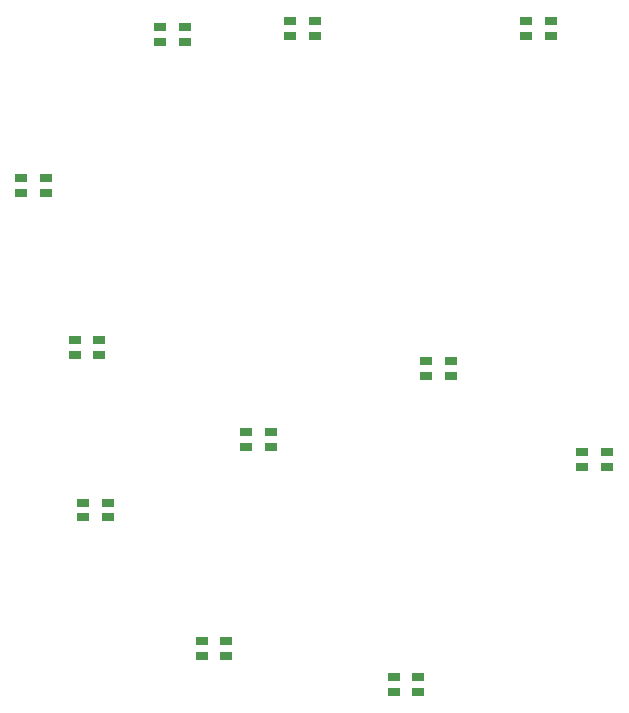
<source format=gbr>
%TF.GenerationSoftware,KiCad,Pcbnew,(5.1.10)-1*%
%TF.CreationDate,2021-10-17T13:13:45+02:00*%
%TF.ProjectId,TVZ_kuglica,54565a5f-6b75-4676-9c69-63612e6b6963,rev?*%
%TF.SameCoordinates,Original*%
%TF.FileFunction,Paste,Top*%
%TF.FilePolarity,Positive*%
%FSLAX46Y46*%
G04 Gerber Fmt 4.6, Leading zero omitted, Abs format (unit mm)*
G04 Created by KiCad (PCBNEW (5.1.10)-1) date 2021-10-17 13:13:45*
%MOMM*%
%LPD*%
G01*
G04 APERTURE LIST*
%ADD10R,1.100000X0.750000*%
G04 APERTURE END LIST*
D10*
%TO.C,D1*%
X110700000Y-86875000D03*
X112800000Y-86875000D03*
X110700000Y-88125000D03*
X112800000Y-88125000D03*
%TD*%
%TO.C,D2*%
X124550000Y-75375000D03*
X122450000Y-75375000D03*
X124550000Y-74125000D03*
X122450000Y-74125000D03*
%TD*%
%TO.C,D3*%
X153450000Y-73625000D03*
X155550000Y-73625000D03*
X153450000Y-74875000D03*
X155550000Y-74875000D03*
%TD*%
%TO.C,D4*%
X131800000Y-109625000D03*
X129700000Y-109625000D03*
X131800000Y-108375000D03*
X129700000Y-108375000D03*
%TD*%
%TO.C,D5*%
X115950000Y-114375000D03*
X118050000Y-114375000D03*
X115950000Y-115625000D03*
X118050000Y-115625000D03*
%TD*%
%TO.C,D6*%
X117300000Y-101875000D03*
X115200000Y-101875000D03*
X117300000Y-100625000D03*
X115200000Y-100625000D03*
%TD*%
%TO.C,D7*%
X142200000Y-129125000D03*
X144300000Y-129125000D03*
X142200000Y-130375000D03*
X144300000Y-130375000D03*
%TD*%
%TO.C,D8*%
X160300000Y-111375000D03*
X158200000Y-111375000D03*
X160300000Y-110125000D03*
X158200000Y-110125000D03*
%TD*%
%TO.C,D9*%
X133450000Y-73625000D03*
X135550000Y-73625000D03*
X133450000Y-74875000D03*
X135550000Y-74875000D03*
%TD*%
%TO.C,D10*%
X147050000Y-103625000D03*
X144950000Y-103625000D03*
X147050000Y-102375000D03*
X144950000Y-102375000D03*
%TD*%
%TO.C,D11*%
X125950000Y-126125000D03*
X128050000Y-126125000D03*
X125950000Y-127375000D03*
X128050000Y-127375000D03*
%TD*%
M02*

</source>
